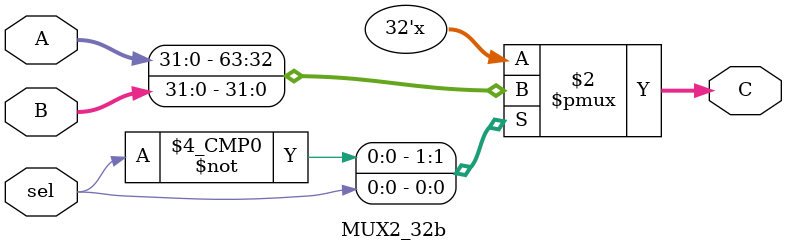
<source format=v>
module MUX2_32b(
    input [31:0] A,
    input [31:0] B,
    input sel,
    output reg [31:0] C
    );
  always@(*) begin
       case(sel)
           0:C = A;
           1:C = B;
       endcase
    end 
endmodule

</source>
